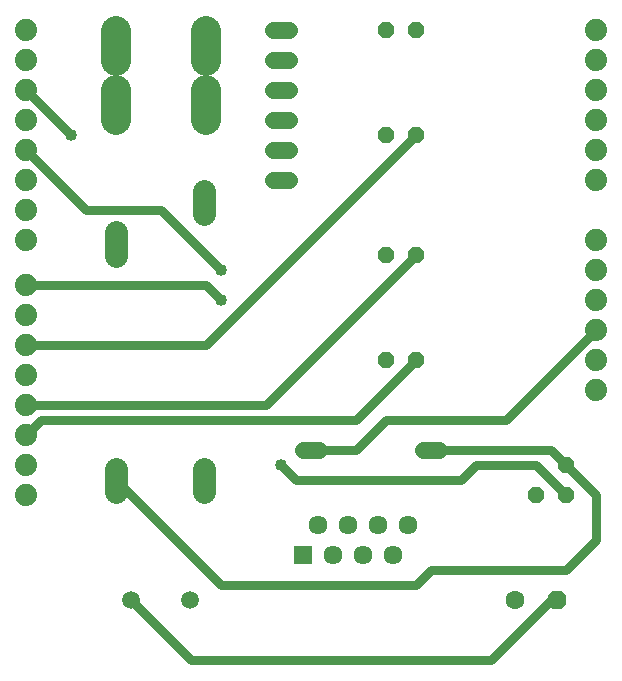
<source format=gbl>
G75*
G70*
%OFA0B0*%
%FSLAX24Y24*%
%IPPOS*%
%LPD*%
%AMOC8*
5,1,8,0,0,1.08239X$1,22.5*
%
%ADD10C,0.0740*%
%ADD11OC8,0.0560*%
%ADD12C,0.0560*%
%ADD13C,0.0594*%
%ADD14C,0.0634*%
%ADD15R,0.0634X0.0634*%
%ADD16C,0.0780*%
%ADD17OC8,0.0630*%
%ADD18C,0.0630*%
%ADD19C,0.1000*%
%ADD20C,0.0300*%
%ADD21C,0.0400*%
D10*
X001504Y008903D03*
X001504Y009903D03*
X001504Y010903D03*
X001504Y011903D03*
X001504Y012903D03*
X001504Y013903D03*
X001504Y014903D03*
X001504Y015903D03*
X001504Y017403D03*
X001504Y018403D03*
X001504Y019403D03*
X001504Y020403D03*
X001504Y021403D03*
X001504Y022403D03*
X001504Y023403D03*
X001504Y024403D03*
X020504Y024403D03*
X020504Y023403D03*
X020504Y022403D03*
X020504Y021403D03*
X020504Y020403D03*
X020504Y019403D03*
X020504Y017403D03*
X020504Y016403D03*
X020504Y015403D03*
X020504Y014403D03*
X020504Y013403D03*
X020504Y012403D03*
D11*
X019504Y009903D03*
X019504Y008903D03*
X018504Y008903D03*
X014504Y013403D03*
X013504Y013403D03*
X013504Y016903D03*
X014504Y016903D03*
X014504Y020903D03*
X013504Y020903D03*
X013504Y024403D03*
X014504Y024403D03*
D12*
X010284Y024403D02*
X009724Y024403D01*
X009724Y023403D02*
X010284Y023403D01*
X010284Y022403D02*
X009724Y022403D01*
X009724Y021403D02*
X010284Y021403D01*
X010284Y020403D02*
X009724Y020403D01*
X009724Y019403D02*
X010284Y019403D01*
X010724Y010403D02*
X011284Y010403D01*
X014724Y010403D02*
X015284Y010403D01*
D13*
X006988Y005403D03*
X005020Y005403D03*
D14*
X011254Y007903D03*
X011754Y006903D03*
X012754Y006903D03*
X013254Y007903D03*
X014254Y007903D03*
X013754Y006903D03*
X012254Y007903D03*
D15*
X010754Y006903D03*
D16*
X007454Y009013D02*
X007454Y009793D01*
X004504Y009793D02*
X004504Y009013D01*
X004504Y016883D02*
X004504Y017663D01*
X007454Y018263D02*
X007454Y019043D01*
D17*
X019204Y005403D03*
D18*
X017804Y005403D03*
D19*
X007504Y021418D02*
X007504Y022418D01*
X007504Y023387D02*
X007504Y024387D01*
X004504Y024387D02*
X004504Y023387D01*
X004504Y022418D02*
X004504Y021418D01*
D20*
X005004Y005403D02*
X005020Y005403D01*
X005004Y005403D02*
X007004Y003403D01*
X017004Y003403D01*
X019004Y005403D01*
X019204Y005403D01*
X019504Y006403D02*
X020504Y007403D01*
X020504Y008903D01*
X019504Y009903D01*
X019004Y010403D01*
X015004Y010403D01*
X016004Y009403D02*
X016504Y009903D01*
X018504Y009903D01*
X019504Y008903D01*
X019504Y006403D02*
X015004Y006403D01*
X014504Y005903D01*
X008004Y005903D01*
X004504Y009403D01*
X002004Y011403D02*
X001504Y010903D01*
X002004Y011403D02*
X012504Y011403D01*
X014504Y013403D01*
X013504Y011403D02*
X012504Y010403D01*
X011004Y010403D01*
X010004Y009903D02*
X010504Y009403D01*
X016004Y009403D01*
X017504Y011403D02*
X013504Y011403D01*
X017504Y011403D02*
X020504Y014403D01*
X014504Y016903D02*
X009504Y011903D01*
X001504Y011903D01*
X001504Y013903D02*
X007504Y013903D01*
X014504Y020903D01*
X008004Y016403D02*
X006004Y018403D01*
X003504Y018403D01*
X001504Y020403D01*
X003004Y020903D02*
X001504Y022403D01*
X001504Y015903D02*
X007504Y015903D01*
X008004Y015403D01*
D21*
X008004Y015403D03*
X008004Y016403D03*
X003004Y020903D03*
X010004Y009903D03*
M02*

</source>
